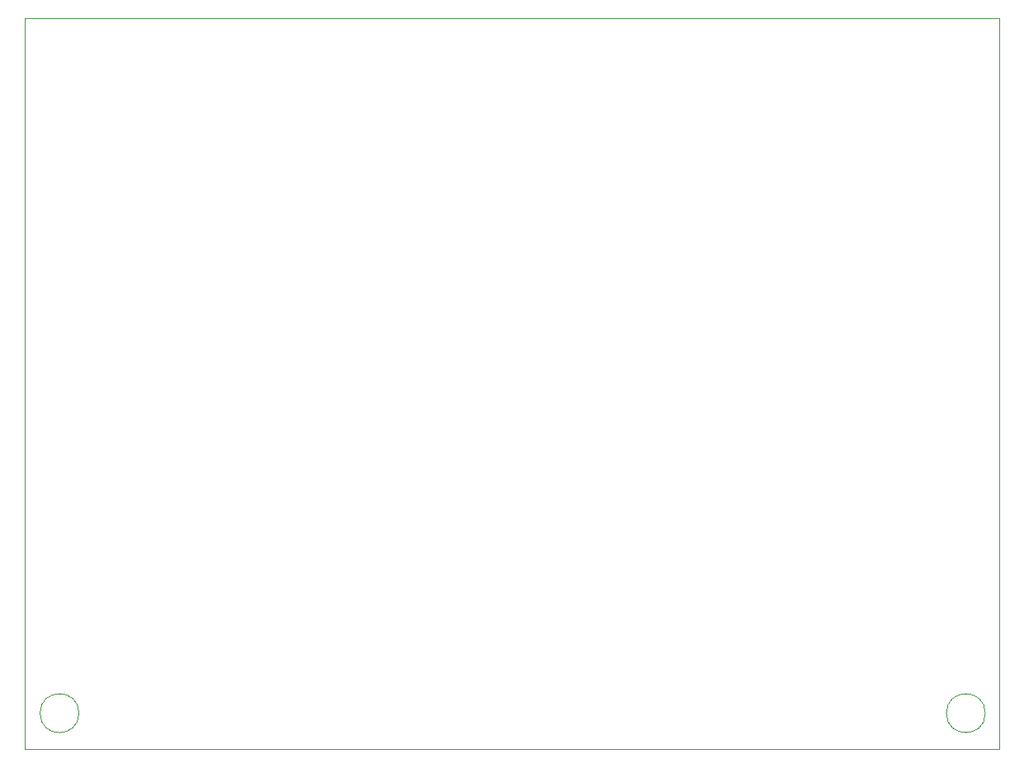
<source format=gm1>
G04 #@! TF.GenerationSoftware,KiCad,Pcbnew,8.0.1*
G04 #@! TF.CreationDate,2024-04-28T20:10:18-04:00*
G04 #@! TF.ProjectId,qsd2,71736432-2e6b-4696-9361-645f70636258,rev?*
G04 #@! TF.SameCoordinates,Original*
G04 #@! TF.FileFunction,Profile,NP*
%FSLAX46Y46*%
G04 Gerber Fmt 4.6, Leading zero omitted, Abs format (unit mm)*
G04 Created by KiCad (PCBNEW 8.0.1) date 2024-04-28 20:10:18*
%MOMM*%
%LPD*%
G01*
G04 APERTURE LIST*
G04 #@! TA.AperFunction,Profile*
%ADD10C,0.100000*%
G04 #@! TD*
G04 APERTURE END LIST*
D10*
X197750000Y-110900000D02*
G75*
G02*
X193750000Y-110900000I-2000000J0D01*
G01*
X193750000Y-110900000D02*
G75*
G02*
X197750000Y-110900000I2000000J0D01*
G01*
X99200000Y-39600000D02*
X199200000Y-39600000D01*
X199200000Y-114600000D01*
X99200000Y-114600000D01*
X99200000Y-39600000D01*
X104750000Y-110900000D02*
G75*
G02*
X100750000Y-110900000I-2000000J0D01*
G01*
X100750000Y-110900000D02*
G75*
G02*
X104750000Y-110900000I2000000J0D01*
G01*
M02*

</source>
